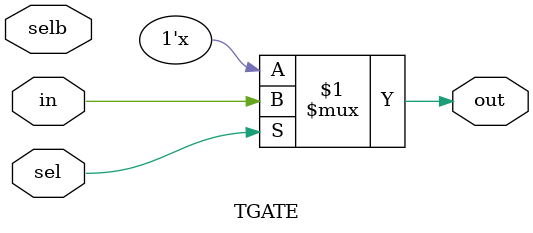
<source format=v>
`default_nettype none

module const0(const0);
//----- OUTPUT PORTS -----
output [0:0] const0;

//----- BEGIN wire-connection ports -----
//----- END wire-connection ports -----


//----- BEGIN Registered ports -----
//----- END Registered ports -----

	assign const0[0] = 1'b0;
endmodule
// ----- END Verilog module for const0 -----

//----- Default net type -----
`default_nettype wire

//----- Default net type -----
`default_nettype none

// ----- Verilog module for const1 -----
module const1(const1);
//----- OUTPUT PORTS -----
output [0:0] const1;

//----- BEGIN wire-connection ports -----
//----- END wire-connection ports -----


//----- BEGIN Registered ports -----
//----- END Registered ports -----

	assign const1[0] = 1'b1;
endmodule
// ----- END Verilog module for const1 -----

//----- Default net type -----
`default_nettype wire

//----- Default net type -----
`default_nettype none

// ----- Verilog module for INVTX1 -----
module INVTX1(in,
              out);
//----- INPUT PORTS -----
input [0:0] in;
//----- OUTPUT PORTS -----
output [0:0] out;

//----- BEGIN wire-connection ports -----
//----- END wire-connection ports -----


//----- BEGIN Registered ports -----
//----- END Registered ports -----

// ----- Verilog codes of a regular inverter -----
	assign out = (in === 1'bz)? $random : ~in;
endmodule
// ----- END Verilog module for INVTX1 -----

//----- Default net type -----
`default_nettype wire

//----- Default net type -----
`default_nettype none

// ----- Verilog module for buf4 -----
module buf4(in,
            out);
//----- INPUT PORTS -----
input [0:0] in;
//----- OUTPUT PORTS -----
output [0:0] out;

//----- BEGIN wire-connection ports -----
//----- END wire-connection ports -----


//----- BEGIN Registered ports -----
//----- END Registered ports -----

// ----- Verilog codes of a regular inverter -----
	assign out = (in === 1'bz)? $random : in;
endmodule
// ----- END Verilog module for buf4 -----

//----- Default net type -----
`default_nettype wire

//----- Default net type -----
`default_nettype none

// ----- Verilog module for tap_buf4 -----
module tap_buf4(in,
                out);
//----- INPUT PORTS -----
input [0:0] in;
//----- OUTPUT PORTS -----
output [0:0] out;

//----- BEGIN wire-connection ports -----
//----- END wire-connection ports -----


//----- BEGIN Registered ports -----
//----- END Registered ports -----

// ----- Verilog codes of a regular inverter -----
	assign out = (in === 1'bz)? $random : ~in;
endmodule
// ----- END Verilog module for tap_buf4 -----

//----- Default net type -----
`default_nettype wire

//----- Default net type -----
`default_nettype none

// ----- Verilog module for TGATE -----
module TGATE(in,
             sel,
             selb,
             out);
//----- INPUT PORTS -----
input [0:0] in;
//----- INPUT PORTS -----
input [0:0] sel;
//----- INPUT PORTS -----
input [0:0] selb;
//----- OUTPUT PORTS -----
output [0:0] out;

//----- BEGIN wire-connection ports -----
//----- END wire-connection ports -----


//----- BEGIN Registered ports -----
//----- END Registered ports -----

	assign out = sel ? in : 1'bz;
endmodule
// ----- END Verilog module for TGATE -----

//----- Default net type -----
`default_nettype wire


</source>
